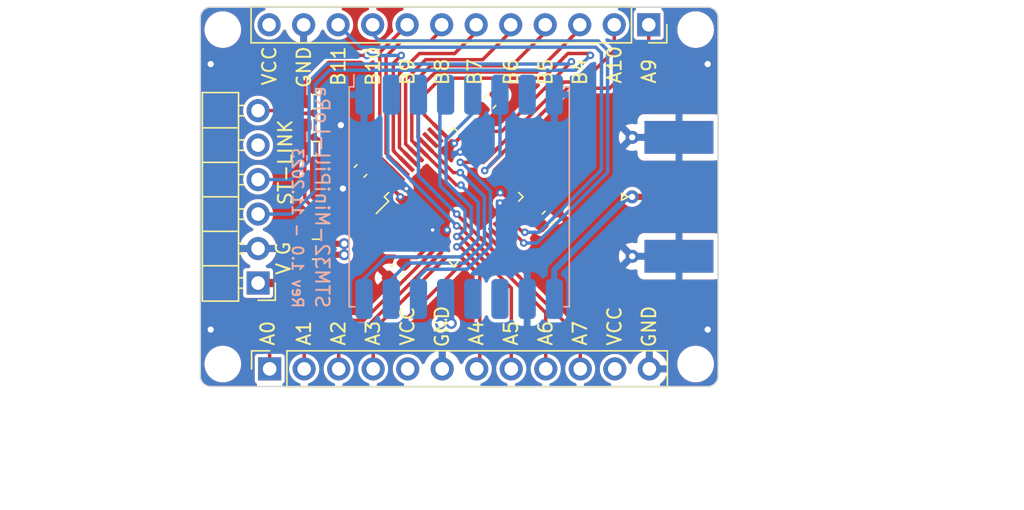
<source format=kicad_pcb>
(kicad_pcb (version 20221018) (generator pcbnew)
  (layers (0 "F.Cu" signal) (1 "In1.Cu" signal) (2 "In2.Cu" signal) (31 "B.Cu" signal) (34 "B.Paste" user) (35 "F.Paste" user) (36 "B.SilkS" user "B.Silkscreen") (37 "F.SilkS" user "F.Silkscreen") (38 "B.Mask" user) (39 "F.Mask" user) (44 "Edge.Cuts" user))
  (net 0 "")
  (net 1 "Net-(J3-In)")
  (net 2 "Net-(U1-BOOT0)")
  (net 7 "/NRST")
  (net 8 "/PA0")
  (net 9 "/PA1")
  (net 10 "/PA2")
  (net 11 "/PA3")
  (net 12 "VCC")
  (net 14 "/SWDIO")
  (net 15 "/SWCLK")
  (net 24 "/DIO1")
  (net 25 "/DIO2")
  (net 30 "/PB6")
  (net 31 "/PB7")
  (net 32 "/PB8")
  (net 33 "/PB9")
  (net 34 "/PB10")
  (net 35 "/PB11")
  (net 37 "/NSS")
  (net 38 "/SCK")
  (net 39 "/MISO")
  (net 40 "/MOSI")
  (net 42 "/RESET")
  (net 44 "/DIO0")
  (net 46 "GND")
  (footprint "MountingHole:MountingHole_2.2mm_M2_DIN965" (layer "F.Cu") (at 138.176 110.109)
    (fp_text reference "REF**" hide)
    (fp_text value "MountingHole_2.2mm_M2_DIN965" hide)
    (pad "" np_thru_hole circle locked (at 0 0) (size 2.2 2.2) (drill 2.2) (layers "*.Cu" "*.Mask"))
  )
  (footprint "Connector_PinSocket_2.54mm:PinSocket_1x12_P2.54mm_Vertical" (layer "F.Cu") (at 141.625 110.465 90)
    (fp_text reference "J1" hide)
    (fp_text value "Conn_01x12_Female" hide)
    (fp_line (start -1.33 1.27) (end -1.33 29.27) (stroke (width 0.12)) (layer "F.SilkS"))
    (fp_line (start -1.33 1.27) (end 1.33 1.27) (stroke (width 0.12)) (layer "F.SilkS"))
    (fp_line (start -1.33 29.27) (end 1.33 29.27) (stroke (width 0.12)) (layer "F.SilkS"))
    (fp_line (start 0 -1.33) (end 1.33 -1.33) (stroke (width 0.12)) (layer "F.SilkS"))
    (fp_line (start 1.33 -1.33) (end 1.33 0) (stroke (width 0.12)) (layer "F.SilkS"))
    (fp_line (start 1.33 1.27) (end 1.33 29.27) (stroke (width 0.12)) (layer "F.SilkS"))
    (pad "1" thru_hole rect locked (at 0 0 90) (size 1.7 1.7) (drill 1) (layers "*.Cu" "*.Mask") (net 8 "/PA0"))
    (pad "2" thru_hole oval locked (at 0 2.54 90) (size 1.7 1.7) (drill 1) (layers "*.Cu" "*.Mask") (net 9 "/PA1"))
    (pad "3" thru_hole oval locked (at 0 5.08 90) (size 1.7 1.7) (drill 1) (layers "*.Cu" "*.Mask") (net 10 "/PA2"))
    (pad "4" thru_hole oval locked (at 0 7.62 90) (size 1.7 1.7) (drill 1) (layers "*.Cu" "*.Mask") (net 11 "/PA3"))
    (pad "5" thru_hole oval locked (at 0 10.16 90) (size 1.7 1.7) (drill 1) (layers "*.Cu" "*.Mask") (net 12 "VCC"))
    (pad "6" thru_hole oval locked (at 0 12.7 90) (size 1.7 1.7) (drill 1) (layers "*.Cu" "*.Mask") (net 46 "GND"))
    (pad "7" thru_hole oval locked (at 0 15.24 90) (size 1.7 1.7) (drill 1) (layers "*.Cu" "*.Mask") (net 37 "/NSS"))
    (pad "8" thru_hole oval locked (at 0 17.78 90) (size 1.7 1.7) (drill 1) (layers "*.Cu" "*.Mask") (net 38 "/SCK"))
    (pad "9" thru_hole oval locked (at 0 20.32 90) (size 1.7 1.7) (drill 1) (layers "*.Cu" "*.Mask") (net 39 "/MISO"))
    (pad "10" thru_hole oval locked (at 0 22.86 90) (size 1.7 1.7) (drill 1) (layers "*.Cu" "*.Mask") (net 40 "/MOSI"))
    (pad "11" thru_hole oval locked (at 0 25.4 90) (size 1.7 1.7) (drill 1) (layers "*.Cu" "*.Mask") (net 12 "VCC"))
    (pad "12" thru_hole oval locked (at 0 27.94 90) (size 1.7 1.7) (drill 1) (layers "*.Cu" "*.Mask") (net 46 "GND"))
  )
  (footprint "MountingHole:MountingHole_2.2mm_M2_DIN965" (layer "F.Cu") (at 172.974 85.471)
    (fp_text reference "REF**" hide)
    (fp_text value "MountingHole_2.2mm_M2_DIN965" hide)
    (pad "" np_thru_hole circle locked (at 0 0) (size 2.2 2.2) (drill 2.2) (layers "*.Mask" "F.Cu" "In1.Cu" "In2.Cu" "B.Cu"))
  )
  (footprint "MountingHole:MountingHole_2.2mm_M2_DIN965" (layer "F.Cu") (at 172.974 110.109)
    (fp_text reference "REF**" hide)
    (fp_text value "MountingHole_2.2mm_M2_DIN965" hide)
    (pad "" np_thru_hole circle locked (at 0 0) (size 2.2 2.2) (drill 2.2) (layers "*.Mask" "F.Cu" "In1.Cu" "In2.Cu" "B.Cu"))
  )
  (footprint "Package_QFP:LQFP-48_7x7mm_P0.5mm" (layer "F.Cu") (at 155.1686 97.79 45)
    (fp_text reference "U1" hide)
    (fp_text value "STM32L051C8Tx" hide)
    (fp_line (start -3.61 -3.61) (end -3.61 -3.16) (stroke (width 0.12)) (layer "F.SilkS"))
    (fp_line (start -3.61 -3.16) (end -4.9 -3.16) (stroke (width 0.12)) (layer "F.SilkS"))
    (fp_line (start -3.61 3.61) (end -3.61 3.16) (stroke (width 0.12)) (layer "F.SilkS"))
    (fp_line (start -3.16 -3.61) (end -3.61 -3.61) (stroke (width 0.12)) (layer "F.SilkS"))
    (fp_line (start -3.16 3.61) (end -3.61 3.61) (stroke (width 0.12)) (layer "F.SilkS"))
    (fp_line (start 3.16 -3.61) (end 3.61 -3.61) (stroke (width 0.12)) (layer "F.SilkS"))
    (fp_line (start 3.16 3.61) (end 3.61 3.61) (stroke (width 0.12)) (layer "F.SilkS"))
    (fp_line (start 3.61 -3.61) (end 3.61 -3.16) (stroke (width 0.12)) (layer "F.SilkS"))
    (fp_line (start 3.61 3.61) (end 3.61 3.16) (stroke (width 0.12)) (layer "F.SilkS"))
    (pad "1" smd roundrect locked (at -4.1625 -2.75 45) (size 1.475 0.3) (layers "F.Cu" "F.Paste" "F.Mask"))
    (pad "2" smd roundrect locked (at -4.1625 -2.25 45) (size 1.475 0.3) (layers "F.Cu" "F.Paste" "F.Mask"))
    (pad "3" smd roundrect locked (at -4.1625 -1.75 45) (size 1.475 0.3) (layers "F.Cu" "F.Paste" "F.Mask"))
    (pad "4" smd roundrect locked (at -4.1625 -1.25 45) (size 1.475 0.3) (layers "F.Cu" "F.Paste" "F.Mask"))
    (pad "5" smd roundrect locked (at -4.1625 -0.75 45) (size 1.475 0.3) (layers "F.Cu" "F.Paste" "F.Mask"))
    (pad "6" smd roundrect locked (at -4.1625 -0.25 45) (size 1.475 0.3) (layers "F.Cu" "F.Paste" "F.Mask"))
    (pad "7" smd roundrect locked (at -4.1625 0.25 45) (size 1.475 0.3) (layers "F.Cu" "F.Paste" "F.Mask") (net 7 "/NRST"))
    (pad "8" smd roundrect locked (at -4.1625 0.75 45) (size 1.475 0.3) (layers "F.Cu" "F.Paste" "F.Mask") (net 46 "GND"))
    (pad "9" smd roundrect locked (at -4.1625 1.25 45) (size 1.475 0.3) (layers "F.Cu" "F.Paste" "F.Mask") (net 12 "VCC"))
    (pad "10" smd roundrect locked (at -4.1625 1.75 45) (size 1.475 0.3) (layers "F.Cu" "F.Paste" "F.Mask") (net 8 "/PA0"))
    (pad "11" smd roundrect locked (at -4.1625 2.25 45) (size 1.475 0.3) (layers "F.Cu" "F.Paste" "F.Mask") (net 9 "/PA1"))
    (pad "12" smd roundrect locked (at -4.1625 2.75 45) (size 1.475 0.3) (layers "F.Cu" "F.Paste" "F.Mask") (net 10 "/PA2"))
    (pad "13" smd roundrect locked (at -2.75 4.1625 45) (size 0.3 1.475) (layers "F.Cu" "F.Paste" "F.Mask") (net 11 "/PA3"))
    (pad "14" smd roundrect locked (at -2.25 4.1625 45) (size 0.3 1.475) (layers "F.Cu" "F.Paste" "F.Mask") (net 37 "/NSS"))
    (pad "15" smd roundrect locked (at -1.75 4.1625 45) (size 0.3 1.475) (layers "F.Cu" "F.Paste" "F.Mask") (net 38 "/SCK"))
    (pad "16" smd roundrect locked (at -1.25 4.1625 45) (size 0.3 1.475) (layers "F.Cu" "F.Paste" "F.Mask") (net 39 "/MISO"))
    (pad "17" smd roundrect locked (at -0.75 4.1625 45) (size 0.3 1.475) (layers "F.Cu" "F.Paste" "F.Mask") (net 40 "/MOSI"))
    (pad "18" smd roundrect locked (at -0.25 4.1625 45) (size 0.3 1.475) (layers "F.Cu" "F.Paste" "F.Mask"))
    (pad "19" smd roundrect locked (at 0.25 4.1625 45) (size 0.3 1.475) (layers "F.Cu" "F.Paste" "F.Mask"))
    (pad "20" smd roundrect locked (at 0.75 4.1625 45) (size 0.3 1.475) (layers "F.Cu" "F.Paste" "F.Mask"))
    (pad "21" smd roundrect locked (at 1.25 4.1625 45) (size 0.3 1.475) (layers "F.Cu" "F.Paste" "F.Mask") (net 34 "/PB10"))
    (pad "22" smd roundrect locked (at 1.75 4.1625 45) (size 0.3 1.475) (layers "F.Cu" "F.Paste" "F.Mask") (net 35 "/PB11"))
    (pad "23" smd roundrect locked (at 2.25 4.1625 45) (size 0.3 1.475) (layers "F.Cu" "F.Paste" "F.Mask") (net 46 "GND"))
    (pad "24" smd roundrect locked (at 2.75 4.1625 45) (size 0.3 1.475) (layers "F.Cu" "F.Paste" "F.Mask") (net 12 "VCC"))
    (pad "25" smd roundrect locked (at 4.1625 2.75 45) (size 1.475 0.3) (layers "F.Cu" "F.Paste" "F.Mask"))
    (pad "26" smd roundrect locked (at 4.1625 2.25 45) (size 1.475 0.3) (layers "F.Cu" "F.Paste" "F.Mask"))
    (pad "27" smd roundrect locked (at 4.1625 1.75 45) (size 1.475 0.3) (layers "F.Cu" "F.Paste" "F.Mask"))
    (pad "28" smd roundrect locked (at 4.1625 1.25 45) (size 1.475 0.3) (layers "F.Cu" "F.Paste" "F.Mask"))
    (pad "29" smd roundrect locked (at 4.1625 0.75 45) (size 1.475 0.3) (layers "F.Cu" "F.Paste" "F.Mask"))
    (pad "30" smd roundrect locked (at 4.1625 0.25 45) (size 1.475 0.3) (layers "F.Cu" "F.Paste" "F.Mask") (net 42 "/RESET"))
    (pad "31" smd roundrect locked (at 4.1625 -0.25 45) (size 1.475 0.3) (layers "F.Cu" "F.Paste" "F.Mask") (net 44 "/DIO0"))
    (pad "32" smd roundrect locked (at 4.1625 -0.75 45) (size 1.475 0.3) (layers "F.Cu" "F.Paste" "F.Mask"))
    (pad "33" smd roundrect locked (at 4.1625 -1.25 45) (size 1.475 0.3) (layers "F.Cu" "F.Paste" "F.Mask"))
    (pad "34" smd roundrect locked (at 4.1625 -1.75 45) (size 1.475 0.3) (layers "F.Cu" "F.Paste" "F.Mask") (net 14 "/SWDIO"))
    (pad "35" smd roundrect locked (at 4.1625 -2.25 45) (size 1.475 0.3) (layers "F.Cu" "F.Paste" "F.Mask") (net 46 "GND"))
    (pad "36" smd roundrect locked (at 4.1625 -2.75 45) (size 1.475 0.3) (layers "F.Cu" "F.Paste" "F.Mask") (net 12 "VCC"))
    (pad "37" smd roundrect locked (at 2.75 -4.1625 45) (size 0.3 1.475) (layers "F.Cu" "F.Paste" "F.Mask") (net 15 "/SWCLK"))
    (pad "38" smd roundrect locked (at 2.25 -4.1625 45) (size 0.3 1.475) (layers "F.Cu" "F.Paste" "F.Mask"))
    (pad "39" smd roundrect locked (at 1.75 -4.1625 45) (size 0.3 1.475) (layers "F.Cu" "F.Paste" "F.Mask"))
    (pad "40" smd roundrect locked (at 1.25 -4.1625 45) (size 0.3 1.475) (layers "F.Cu" "F.Paste" "F.Mask") (net 24 "/DIO1"))
    (pad "41" smd roundrect locked (at 0.75 -4.1625 45) (size 0.3 1.475) (layers "F.Cu" "F.Paste" "F.Mask") (net 25 "/DIO2"))
    (pad "42" smd roundrect locked (at 0.25 -4.1625 45) (size 0.3 1.475) (layers "F.Cu" "F.Paste" "F.Mask") (net 30 "/PB6"))
    (pad "43" smd roundrect locked (at -0.25 -4.1625 45) (size 0.3 1.475) (layers "F.Cu" "F.Paste" "F.Mask") (net 31 "/PB7"))
    (pad "44" smd roundrect locked (at -0.75 -4.1625 45) (size 0.3 1.475) (layers "F.Cu" "F.Paste" "F.Mask") (net 2 "Net-(U1-BOOT0)"))
    (pad "45" smd roundrect locked (at -1.25 -4.1625 45) (size 0.3 1.475) (layers "F.Cu" "F.Paste" "F.Mask") (net 32 "/PB8"))
    (pad "46" smd roundrect locked (at -1.75 -4.1625 45) (size 0.3 1.475) (layers "F.Cu" "F.Paste" "F.Mask") (net 33 "/PB9"))
    (pad "47" smd roundrect locked (at -2.25 -4.1625 45) (size 0.3 1.475) (layers "F.Cu" "F.Paste" "F.Mask") (net 46 "GND"))
    (pad "48" smd roundrect locked (at -2.75 -4.1625 45) (size 0.3 1.475) (layers "F.Cu" "F.Paste" "F.Mask") (net 12 "VCC"))
  )
  (footprint "Resistor_SMD:R_0603_1608Metric" (layer "F.Cu") (at 145.034 94.234 180)
    (fp_text reference "R1" hide)
    (fp_text value "100K" hide)
    (fp_line (start -0.237258 -0.5225) (end 0.237258 -0.5225) (stroke (width 0.12)) (layer "F.SilkS"))
    (fp_line (start -0.237258 0.5225) (end 0.237258 0.5225) (stroke (width 0.12)) (layer "F.SilkS"))
    (pad "1" smd roundrect (at -0.825 0 180) (size 0.8 0.95) (layers "F.Cu" "F.Paste" "F.Mask") (net 12 "VCC"))
    (pad "2" smd roundrect (at 0.825 0 180) (size 0.8 0.95) (layers "F.Cu" "F.Paste" "F.Mask") (net 7 "/NRST"))
  )
  (footprint "Capacitor_SMD:C_0603_1608Metric" (layer "F.Cu") (at 150.9776 103.2256 -135)
    (fp_text reference "C2" hide)
    (fp_text value "100nF" hide)
    (fp_line (start -0.14058 -0.51) (end 0.14058 -0.51) (stroke (width 0.12)) (layer "F.SilkS"))
    (fp_line (start -0.14058 0.51) (end 0.14058 0.51) (stroke (width 0.12)) (layer "F.SilkS"))
    (pad "1" smd roundrect locked (at -0.775 0 225) (size 0.9 0.95) (layers "F.Cu" "F.Paste" "F.Mask") (net 12 "VCC"))
    (pad "2" smd roundrect locked (at 0.775 0 225) (size 0.9 0.95) (layers "F.Cu" "F.Paste" "F.Mask") (net 46 "GND"))
  )
  (footprint "MountingHole:MountingHole_2.2mm_M2_DIN965" (layer "F.Cu") (at 138.176 85.471)
    (fp_text reference "REF**" hide)
    (fp_text value "MountingHole_2.2mm_M2_DIN965" hide)
    (pad "" np_thru_hole circle locked (at 0 0) (size 2.2 2.2) (drill 2.2) (layers "*.Mask" "F.Cu" "In1.Cu" "In2.Cu" "B.Cu"))
  )
  (footprint "Capacitor_SMD:C_0603_1608Metric" (layer "F.Cu") (at 148.3106 95.885 -135)
    (fp_text reference "C1" hide)
    (fp_text value "100nF" hide)
    (fp_line (start -0.14058 -0.51) (end 0.14058 -0.51) (stroke (width 0.12)) (layer "F.SilkS"))
    (fp_line (start -0.14058 0.51) (end 0.14058 0.51) (stroke (width 0.12)) (layer "F.SilkS"))
    (pad "1" smd roundrect (at -0.775 0 225) (size 0.9 0.95) (layers "F.Cu" "F.Paste" "F.Mask") (net 12 "VCC"))
    (pad "2" smd roundrect (at 0.775 0 225) (size 0.9 0.95) (layers "F.Cu" "F.Paste" "F.Mask") (net 46 "GND"))
  )
  (footprint "Connector_PinSocket_2.54mm:PinSocket_1x12_P2.54mm_Vertical" (layer "F.Cu") (at 169.525 85.115 -90)
    (fp_text reference "J2" hide)
    (fp_text value "Conn_01x12_Female" hide)
    (fp_line (start -1.33 1.27) (end -1.33 29.27) (stroke (width 0.12)) (layer "F.SilkS"))
    (fp_line (start -1.33 1.27) (end 1.33 1.27) (stroke (width 0.12)) (layer "F.SilkS"))
    (fp_line (start -1.33 29.27) (end 1.33 29.27) (stroke (width 0.12)) (layer "F.SilkS"))
    (fp_line (start 0 -1.33) (end 1.33 -1.33) (stroke (width 0.12)) (layer "F.SilkS"))
    (fp_line (start 1.33 -1.33) (end 1.33 0) (stroke (width 0.12)) (layer "F.SilkS"))
    (fp_line (start 1.33 1.27) (end 1.33 29.27) (stroke (width 0.12)) (layer "F.SilkS"))
    (pad "1" thru_hole rect locked (at 0 0 270) (size 1.7 1.7) (drill 1) (layers "*.Cu" "*.Mask") (net 42 "/RESET"))
    (pad "2" thru_hole oval locked (at 0 2.54 270) (size 1.7 1.7) (drill 1) (layers "*.Cu" "*.Mask") (net 44 "/DIO0"))
    (pad "3" thru_hole oval locked (at 0 5.08 270) (size 1.7 1.7) (drill 1) (layers "*.Cu" "*.Mask") (net 24 "/DIO1"))
    (pad "4" thru_hole oval locked (at 0 7.62 270) (size 1.7 1.7) (drill 1) (layers "*.Cu" "*.Mask") (net 25 "/DIO2"))
    (pad "5" thru_hole oval locked (at 0 10.16 270) (size 1.7 1.7) (drill 1) (layers "*.Cu" "*.Mask") (net 30 "/PB6"))
    (pad "6" thru_hole oval locked (at 0 12.7 270) (size 1.7 1.7) (drill 1) (layers "*.Cu" "*.Mask") (net 31 "/PB7"))
    (pad "7" thru_hole oval locked (at 0 15.24 270) (size 1.7 1.7) (drill 1) (layers "*.Cu" "*.Mask") (net 32 "/PB8"))
    (pad "8" thru_hole oval locked (at 0 17.78 270) (size 1.7 1.7) (drill 1) (layers "*.Cu" "*.Mask") (net 33 "/PB9"))
    (pad "9" thru_hole oval locked (at 0 20.32 270) (size 1.7 1.7) (drill 1) (layers "*.Cu" "*.Mask") (net 34 "/PB10"))
    (pad "10" thru_hole oval locked (at 0 22.86 270) (size 1.7 1.7) (drill 1) (layers "*.Cu" "*.Mask") (net 35 "/PB11"))
    (pad "11" thru_hole oval locked (at 0 25.4 270) (size 1.7 1.7) (drill 1) (layers "*.Cu" "*.Mask") (net 46 "GND"))
    (pad "12" thru_hole oval locked (at 0 27.94 270) (size 1.7 1.7) (drill 1) (layers "*.Cu" "*.Mask") (net 12 "VCC"))
  )
  (footprint "Resistor_SMD:R_0603_1608Metric" (layer "F.Cu") (at 145.034 90.7796)
    (fp_text reference "R2" hide)
    (fp_text value "100K" hide)
    (fp_line (start -0.237258 -0.5225) (end 0.237258 -0.5225) (stroke (width 0.12)) (layer "F.SilkS"))
    (fp_line (start -0.237258 0.5225) (end 0.237258 0.5225) (stroke (width 0.12)) (layer "F.SilkS"))
    (pad "1" smd roundrect (at -0.825 0) (size 0.8 0.95) (layers "F.Cu" "F.Paste" "F.Mask") (net 2 "Net-(U1-BOOT0)"))
    (pad "2" smd roundrect (at 0.825 0) (size 0.8 0.95) (layers "F.Cu" "F.Paste" "F.Mask") (net 46 "GND"))
  )
  (footprint "Capacitor_SMD:C_0603_1608Metric" (layer "F.Cu") (at 157.8102 90.805 45)
    (fp_text reference "C4" hide)
    (fp_text value "100nF" hide)
    (fp_line (start -0.14058 -0.51) (end 0.14058 -0.51) (stroke (width 0.12)) (layer "F.SilkS"))
    (fp_line (start -0.14058 0.51) (end 0.14058 0.51) (stroke (width 0.12)) (layer "F.SilkS"))
    (pad "1" smd roundrect (at -0.775 0 45) (size 0.9 0.95) (layers "F.Cu" "F.Paste" "F.Mask") (net 12 "VCC"))
    (pad "2" smd roundrect (at 0.775 0 45) (size 0.9 0.95) (layers "F.Cu" "F.Paste" "F.Mask") (net 46 "GND"))
  )
  (footprint "Connector_PinHeader_2.54mm:PinHeader_1x06_P2.54mm_Horizontal" (layer "F.Cu") (at 140.773 104.14 180)
    (fp_text reference "J4" hide)
    (fp_text value "Conn_01x06_Male" hide)
    (fp_line (start -1.27 -1.27) (end 0 -1.27) (stroke (width 0.12)) (layer "F.SilkS"))
    (fp_line (start -1.27 0) (end -1.27 -1.27) (stroke (width 0.12)) (layer "F.SilkS"))
    (fp_line (start 1.042929 2.16) (end 1.44 2.16) (stroke (width 0.12)) (layer "F.SilkS"))
    (fp_line (start 1.042929 2.92) (end 1.44 2.92) (stroke (width 0.12)) (layer "F.SilkS"))
    (fp_line (start 1.042929 4.7) (end 1.44 4.7) (stroke (width 0.12)) (layer "F.SilkS"))
    (fp_line (start 1.042929 5.46) (end 1.44 5.46) (stroke (width 0.12)) (layer "F.SilkS"))
    (fp_line (start 1.042929 7.24) (end 1.44 7.24) (stroke (width 0.12)) (layer "F.SilkS"))
    (fp_line (start 1.042929 8) (end 1.44 8) (stroke (width 0.12)) (layer "F.SilkS"))
    (fp_line (start 1.042929 9.78) (end 1.44 9.78) (stroke (width 0.12)) (layer "F.SilkS"))
    (fp_line (start 1.042929 10.54) (end 1.44 10.54) (stroke (width 0.12)) (layer "F.SilkS"))
    (fp_line (start 1.042929 12.32) (end 1.44 12.32) (stroke (width 0.12)) (layer "F.SilkS"))
    (fp_line (start 1.042929 13.08) (end 1.44 13.08) (stroke (width 0.12)) (layer "F.SilkS"))
    (fp_line (start 1.11 -0.38) (end 1.44 -0.38) (stroke (width 0.12)) (layer "F.SilkS"))
    (fp_line (start 1.11 0.38) (end 1.44 0.38) (stroke (width 0.12)) (layer "F.SilkS"))
    (fp_line (start 1.44 -1.33) (end 1.44 14.03) (stroke (width 0.12)) (layer "F.SilkS"))
    (fp_line (start 1.44 1.27) (end 4.1 1.27) (stroke (width 0.12)) (layer "F.SilkS"))
    (fp_line (start 1.44 3.81) (end 4.1 3.81) (stroke (width 0.12)) (layer "F.SilkS"))
    (fp_line (start 1.44 6.35) (end 4.1 6.35) (stroke (width 0.12)) (layer "F.SilkS"))
    (fp_line (start 1.44 8.89) (end 4.1 8.89) (stroke (width 0.12)) (layer "F.SilkS"))
    (fp_line (start 1.44 11.43) (end 4.1 11.43) (stroke (width 0.12)) (layer "F.SilkS"))
    (fp_line (start 1.44 14.03) (end 4.1 14.03) (stroke (width 0.12)) (layer "F.SilkS"))
    (fp_line (start 4.1 -1.33) (end 1.44 -1.33) (stroke (width 0.12)) (layer "F.SilkS"))
    (fp_line (start 4.1 14.03) (end 4.1 -1.33) (stroke (width 0.12)) (layer "F.SilkS"))
    (pad "1" thru_hole rect locked (at 0 0 180) (size 1.7 1.7) (drill 1) (layers "*.Cu" "*.Mask") (net 12 "VCC"))
    (pad "2" thru_hole oval locked (at 0 2.54 180) (size 1.7 1.7) (drill 1) (layers "*.Cu" "*.Mask") (net 46 "GND"))
    (pad "3" thru_hole oval locked (at 0 5.08 180) (size 1.7 1.7) (drill 1) (layers "*.Cu" "*.Mask") (net 15 "/SWCLK"))
    (pad "4" thru_hole oval locked (at 0 7.62 180) (size 1.7 1.7) (drill 1) (layers "*.Cu" "*.Mask") (net 14 "/SWDIO"))
    (pad "5" thru_hole oval locked (at 0 10.16 180) (size 1.7 1.7) (drill 1) (layers "*.Cu" "*.Mask") (net 12 "VCC"))
    (pad "6" thru_hole oval locked (at 0 12.7 180) (size 1.7 1.7) (drill 1) (layers "*.Cu" "*.Mask") (net 7 "/NRST"))
  )
  (footprint "Capacitor_SMD:C_0805_2012Metric" (layer "F.Cu") (at 145.034 101.6508 180)
    (fp_text reference "C6" hide)
    (fp_text value "10uF" hide)
    (fp_line (start -0.261252 -0.735) (end 0.261252 -0.735) (stroke (width 0.12)) (layer "F.SilkS"))
    (fp_line (start -0.261252 0.735) (end 0.261252 0.735) (stroke (width 0.12)) (layer "F.SilkS"))
    (pad "1" smd roundrect (at -0.95 0 180) (size 1 1.45) (layers "F.Cu" "F.Paste" "F.Mask") (net 12 "VCC"))
    (pad "2" smd roundrect (at 0.95 0 180) (size 1 1.45) (layers "F.Cu" "F.Paste" "F.Mask") (net 46 "GND"))
  )
  (footprint "Capacitor_SMD:C_0603_1608Metric" (layer "F.Cu") (at 145.034 92.5068)
    (fp_text reference "C5" hide)
    (fp_text value "100nF" hide)
    (fp_line (start -0.14058 -0.51) (end 0.14058 -0.51) (stroke (width 0.12)) (layer "F.SilkS"))
    (fp_line (start -0.14058 0.51) (end 0.14058 0.51) (stroke (width 0.12)) (layer "F.SilkS"))
    (pad "1" smd roundrect (at -0.775 0) (size 0.9 0.95) (layers "F.Cu" "F.Paste" "F.Mask") (net 7 "/NRST"))
    (pad "2" smd roundrect (at 0.775 0) (size 0.9 0.95) (layers "F.Cu" "F.Paste" "F.Mask") (net 46 "GND"))
  )
  (footprint "Connector_Coaxial:SMA_Molex_73251-1153_EdgeMount_Horizontal" (layer "F.Cu") (at 170.0276 97.79 180)
    (fp_text reference "J3" hide)
    (fp_text value "Conn_Coaxial" hide)
    (fp_line (start 2 0) (end 2.5 -0.25) (stroke (width 0.12)) (layer "F.SilkS"))
    (fp_line (start 2.5 -0.25) (end 2.5 0.25) (stroke (width 0.12)) (layer "F.SilkS"))
    (fp_line (start 2.5 0.25) (end 2 0) (stroke (width 0.12)) (layer "F.SilkS"))
    (pad "1" smd rect locked (at -1.72 0 180) (size 5.08 2.29) (layers "F.Cu" "F.Paste" "F.Mask") (net 1 "Net-(J3-In)"))
    (pad "2" smd rect locked (at -1.72 -4.38 180) (size 5.08 2.42) (layers "F.Cu" "F.Paste" "F.Mask") (net 46 "GND"))
    (pad "2" smd rect locked (at -1.72 -4.38 180) (size 5.08 2.42) (layers "B.Cu" "B.Paste" "B.Mask") (net 46 "GND"))
    (pad "2" smd rect locked (at -1.72 4.38 180) (size 5.08 2.42) (layers "F.Cu" "F.Paste" "F.Mask") (net 46 "GND"))
    (pad "2" smd rect locked (at -1.72 4.38 180) (size 5.08 2.42) (layers "B.Cu" "B.Paste" "B.Mask") (net 46 "GND"))
    (pad "2" smd rect locked (at 1.27 -4.38 180) (size 0.95 0.46) (layers "F.Cu") (net 46 "GND"))
    (pad "2" smd rect locked (at 1.27 -4.38 180) (size 0.95 0.46) (layers "B.Cu") (net 46 "GND"))
    (pad "2" smd rect locked (at 1.27 4.38 180) (size 0.95 0.46) (layers "F.Cu") (net 46 "GND"))
    (pad "2" smd rect locked (at 1.27 4.38 180) (size 0.95 0.46) (layers "B.Cu") (net 46 "GND"))
    (pad "2" thru_hole circle locked (at 1.72 -4.38 180) (size 0.97 0.97) (drill 0.46) (layers "*.Cu") (net 46 "GND"))
    (pad "2" thru_hole circle locked (at 1.72 4.38 180) (size 0.97 0.97) (drill 0.46) (layers "*.Cu") (net 46 "GND"))
  )
  (footprint "Capacitor_SMD:C_0603_1608Metric" (layer "F.Cu") (at 162.1536 99.314 45)
    (fp_text reference "C3" hide)
    (fp_text value "100nF" hide)
    (fp_line (start -0.14058 -0.51) (end 0.14058 -0.51) (stroke (width 0.12)) (layer "F.SilkS"))
    (fp_line (start -0.14058 0.51) (end 0.14058 0.51) (stroke (width 0.12)) (layer "F.SilkS"))
    (pad "1" smd roundrect (at -0.775 0 45) (size 0.9 0.95) (layers "F.Cu" "F.Paste" "F.Mask") (net 12 "VCC"))
    (pad "2" smd roundrect (at 0.775 0 45) (size 0.9 0.95) (layers "F.Cu" "F.Paste" "F.Mask") (net 46 "GND"))
  )
  (footprint "RF_Module:HOPERF_RFM9XW_SMD" (layer "B.Cu") (at 155.575 97.79 -90)
    (fp_text reference "U2" hide)
    (fp_text value "RFM95W-868S2" hide)
    (fp_line (start -8.1 -8.1) (end 8.1 -8.1) (stroke (width 0.12)) (layer "B.SilkS"))
    (fp_line (start -8.1 -7.7) (end -8.1 -8.1) (stroke (width 0.12)) (layer "B.SilkS"))
    (fp_line (start -8.1 7.75) (end -9 7.75) (stroke (width 0.12)) (layer "B.SilkS"))
    (fp_line (start -8.1 8.1) (end -8.1 7.75) (stroke (width 0.12)) (layer "B.SilkS"))
    (fp_line (start -8.1 8.1) (end 8.1 8.1) (stroke (width 0.12)) (layer "B.SilkS"))
    (fp_line (start 8.1 -8.1) (end 8.1 -7.7) (stroke (width 0.12)) (layer "B.SilkS"))
    (fp_line (start 8.1 8.1) (end 8.1 7.7) (stroke (width 0.12)) (layer "B.SilkS"))
    (pad "1" smd roundrect locked (at -7.525 7 270) (size 2.95 1.27) (layers "B.Cu" "B.Paste" "B.Mask") (net 46 "GND"))
    (pad "2" smd roundrect locked (at -7.525 5 270) (size 2.95 1.27) (layers "B.Cu" "B.Paste" "B.Mask") (net 39 "/MISO"))
    (pad "3" smd roundrect locked (at -7.525 3 270) (size 2.95 1.27) (layers "B.Cu" "B.Paste" "B.Mask") (net 40 "/MOSI"))
    (pad "4" smd roundrect locked (at -7.525 1 270) (size 2.95 1.27) (layers "B.Cu" "B.Paste" "B.Mask") (net 38 "/SCK"))
    (pad "5" smd roundrect locked (at -7.525 -1 270) (size 2.95 1.27) (layers "B.Cu" "B.Paste" "B.Mask") (net 37 "/NSS"))
    (pad "6" smd roundrect locked (at -7.525 -3 270) (size 2.95 1.27) (layers "B.Cu" "B.Paste" "B.Mask") (net 42 "/RESET"))
    (pad "7" smd roundrect locked (at -7.525 -5 270) (size 2.95 1.27) (layers "B.Cu" "B.Paste" "B.Mask"))
    (pad "8" smd roundrect locked (at -7.525 -7 270) (size 2.95 1.27) (layers "B.Cu" "B.Paste" "B.Mask") (net 46 "GND"))
    (pad "9" smd roundrect locked (at 7.525 -7 270) (size 2.95 1.27) (layers "B.Cu" "B.Paste" "B.Mask") (net 1 "Net-(J3-In)"))
    (pad "10" smd roundrect locked (at 7.525 -5 270) (size 2.95 1.27) (layers "B.Cu" "B.Paste" "B.Mask") (net 46 "GND"))
    (pad "11" smd roundrect locked (at 7.525 -3 270) (size 2.95 1.27) (layers "B.Cu" "B.Paste" "B.Mask"))
    (pad "12" smd roundrect locked (at 7.525 -1 270) (size 2.95 1.27) (layers "B.Cu" "B.Paste" "B.Mask"))
    (pad "13" smd roundrect locked (at 7.525 1 270) (size 2.95 1.27) (layers "B.Cu" "B.Paste" "B.Mask") (net 12 "VCC"))
    (pad "14" smd roundrect locked (at 7.525 3 270) (size 2.95 1.27) (layers "B.Cu" "B.Paste" "B.Mask") (net 44 "/DIO0"))
    (pad "15" smd roundrect locked (at 7.525 5 270) (size 2.95 1.27) (layers "B.Cu" "B.Paste" "B.Mask") (net 24 "/DIO1"))
    (pad "16" smd roundrect locked (at 7.525 7 270) (size 2.95 1.27) (layers "B.Cu" "B.Paste" "B.Mask") (net 25 "/DIO2"))
  )
  (gr_arc locked (start 174.625 110.998) (mid 174.401815 111.536815) (end 173.863 111.76) (stroke (width 0.1)) (layer "Edge.Cuts"))
  (gr_arc locked (start 173.863 83.82) (mid 174.401815 84.043185) (end 174.625 84.582) (stroke (width 0.1)) (layer "Edge.Cuts"))
  (gr_arc locked (start 137.287 111.76) (mid 136.748185 111.536815) (end 136.525 110.998) (stroke (width 0.1)) (layer "Edge.Cuts"))
  (gr_line locked (start 137.287 83.82) (end 173.863 83.82) (stroke (width 0.1)) (layer "Edge.Cuts"))
  (gr_arc locked (start 136.525 84.582) (mid 136.748185 84.043185) (end 137.287 83.82) (stroke (width 0.1)) (layer "Edge.Cuts"))
  (gr_line locked (start 173.863 111.76) (end 137.287 111.76) (stroke (width 0.1)) (layer "Edge.Cuts"))
  (gr_line locked (start 136.525 110.998) (end 136.525 84.582) (stroke (width 0.1)) (layer "Edge.Cuts"))
  (gr_line locked (start 174.625 84.582) (end 174.625 110.998) (stroke (width 0.1)) (layer "Edge.Cuts"))
  (gr_text locked "Rev 1.0 - 11.2023" (at 143.2052 106.0704 270) (layer "B.SilkS") (effects (font (size 0.8 0.8) (thickness 0.15) bold) (justify left bottom mirror)))
  (gr_text locked "STM32-MiniPill-LoRa" (at 144.907 97.79 270) (layer "B.SilkS") (effects (font (size 1 1)) (justify bottom mirror)))
  (gr_text "A2" (at 146.685 108.839 90) (layer "F.SilkS") (effects (font (size 1 1)) (justify left)))
  (gr_text "B11" (at 146.685 86.614 90) (layer "F.SilkS") (effects (font (size 1 1)) (justify right)))
  (gr_text "B5" (at 161.925 89.662 90) (layer "F.SilkS") (effects (font (size 1 1)) (justify left)))
  (gr_text "A10" (at 167.005 89.535 90) (layer "F.SilkS") (effects (font (size 1 1)) (justify left)))
  (gr_text "G" (at 142.621 101.6 90) (layer "F.SilkS") (effects (font (size 1 1))))
  (gr_text "GND" (at 144.145 86.614 90) (layer "F.SilkS") (effects (font (size 1 1)) (justify right)))
  (gr_text "B9" (at 151.765 89.662 90) (layer "F.SilkS") (effects (font (size 1 1)) (justify left)))
  (gr_text "GND" (at 169.545 108.966 90) (layer "F.SilkS") (effects (font (size 1 1)) (justify left)))
  (gr_text "A5" (at 159.385 108.839 90) (layer "F.SilkS") (effects (font (size 1 1)) (justify left)))
  (gr_text "B6" (at 159.385 89.662 90) (layer "F.SilkS") (effects (font (size 1 1)) (justify left)))
  (gr_text "B10" (at 149.225 86.614 90) (layer "F.SilkS") (effects (font (size 1 1)) (justify right)))
  (gr_text "V" (at 142.6464 103.0986 90) (layer "F.SilkS") (effects (font (size 1 1))))
  (gr_text "A3" (at 149.225 108.839 90) (layer "F.SilkS") (effects (font (size 1 1)) (justify left)))
  (gr_text "GND" (at 154.305 108.966 90) (layer "F.SilkS") (effects (font (size 1 1)) (justify left)))
  (gr_text "VCC" (at 167.005 108.839 90) (layer "F.SilkS") (effects (font (size 1 1)) (justify left)))
  (gr_text "A4" (at 156.845 108.839 90) (layer "F.SilkS") (effects (font (size 1 1)) (justify left)))
  (gr_text "B7" (at 156.718 89.662 90) (layer "F.SilkS") (effects (font (size 1 1)) (justify left)))
  (gr_text "A9" (at 169.545 89.535 90) (layer "F.SilkS") (effects (font (size 1 1)) (justify left)))
  (gr_text "VCC" (at 141.605 86.614 90) (layer "F.SilkS") (effects (font (size 1 1)) (justify right)))
  (gr_text "ST-LINK" (at 142.7734 95.25 90) (layer "F.SilkS") (effects (font (size 1 1))))
  (gr_text "B8" (at 154.305 89.662 90) (layer "F.SilkS") (effects (font (size 1 1)) (justify left)))
  (gr_text "A1" (at 144.145 108.839 90) (layer "F.SilkS") (effects (font (size 1 1)) (justify left)))
  (gr_text "A0" (at 141.478 108.839 90) (layer "F.SilkS") (effects (font (size 1 1)) (justify left)))
  (gr_text "VCC" (at 151.765 108.839 90) (layer "F.SilkS") (effects (font (size 1 1)) (justify left)))
  (gr_text "A7" (at 164.465 108.839 90) (layer "F.SilkS") (effects (font (size 1 1)) (justify left)))
  (gr_text "B4" (at 164.465 89.662 90) (layer "F.SilkS") (effects (font (size 1 1)) (justify left)))
  (gr_text "A6" (at 161.925 108.839 90) (layer "F.SilkS") (effects (font (size 1 1)) (justify left)))
  (segment (start 171.7476 97.79) (end 168.3004 97.79) (width 0.4572) (layer "F.Cu") (net 1))
  (via (at 168.3004 97.79) (size 0.97) (drill 0.46) (layers "F.Cu" "B.Cu") (net 1))
  (segment (start 162.575 103.1598) (end 162.575 105.79) (width 0.4572) (layer "B.Cu") (net 1))
  (segment (start 167.9448 97.79) (end 162.575 103.1598) (width 0.4572) (layer "B.Cu") (net 1))
  (segment (start 168.3004 97.79) (end 167.9448 97.79) (width 0.4572) (layer "B.Cu") (net 1))
  (segment (start 150.723214 87.960586) (end 151.3078 87.376) (width 0.254) (layer "F.Cu") (net 2))
  (segment (start 144.209 88.9122) (end 144.209 90.7796) (width 0.254) (layer "F.Cu") (net 2))
  (segment (start 150.7712 94.388206) (end 150.723214 94.34022) (width 0.254) (layer "F.Cu") (net 2))
  (segment (start 151.694938 95.376998) (end 150.7712 94.45326) (width 0.254) (layer "F.Cu") (net 2))
  (segment (start 150.7712 94.45326) (end 150.7712 94.388206) (width 0.254) (layer "F.Cu") (net 2))
  (segment (start 145.7452 87.376) (end 144.209 88.9122) (width 0.254) (layer "F.Cu") (net 2))
  (segment (start 150.723214 94.34022) (end 150.723214 87.960586) (width 0.254) (layer "F.Cu") (net 2))
  (segment (start 148.7678 87.376) (end 145.7452 87.376) (width 0.254) (layer "F.Cu") (net 2))
  (via (at 151.3078 87.376) (size 0.5588) (drill 0.254) (layers "F.Cu" "B.Cu") (net 2))
  (via (at 148.7678 87.376) (size 0.5588) (drill 0.254) (layers "F.Cu" "B.Cu") (net 2))
  (segment (start 148.7678 87.376) (end 151.3078 87.376) (width 0.254) (layer "B.Cu") (net 2))
  (segment (start 144.209 94.234) (end 144.209 92.5568) (width 0.254) (layer "F.Cu") (net 7))
  (segment (start 144.259 92.5068) (end 143.2052 92.5068) (width 0.254) (layer "F.Cu") (net 7))
  (segment (start 144.209 92.5568) (end 144.259 92.5068) (width 0.254) (layer "F.Cu") (net 7))
  (segment (start 150.2664 101.6508) (end 151.661354 101.6508) (width 0.254) (layer "F.Cu") (net 7))
  (segment (start 143.2052 92.5068) (end 142.1384 91.44) (width 0.254) (layer "F.Cu") (net 7))
  (segment (start 144.209 97.981) (end 145.3388 99.1108) (width 0.254) (layer "F.Cu") (net 7))
  (segment (start 144.209 94.234) (end 144.209 97.981) (width 0.254) (layer "F.Cu") (net 7))
  (segment (start 151.661354 101.6508) (end 152.402045 100.910109) (width 0.254) (layer "F.Cu") (net 7))
  (segment (start 142.1384 91.44) (end 140.773 91.44) (width 0.254) (layer "F.Cu") (net 7))
  (segment (start 147.7264 99.1108) (end 150.2664 101.6508) (width 0.254) (layer "F.Cu") (net 7))
  (segment (start 145.3388 99.1108) (end 147.7264 99.1108) (width 0.254) (layer "F.Cu") (net 7))
  (segment (start 143.9132 106.8864) (end 148.547074 106.8864) (width 0.254) (layer "F.Cu") (net 8))
  (segment (start 148.547074 106.8864) (end 153.462705 101.970769) (width 0.254) (layer "F.Cu") (net 8))
  (segment (start 141.625 109.1746) (end 143.9132 106.8864) (width 0.254) (layer "F.Cu") (net 8))
  (segment (start 141.625 110.465) (end 141.625 109.1746) (width 0.254) (layer "F.Cu") (net 8))
  (segment (start 148.80018 107.3404) (end 153.816258 102.324322) (width 0.254) (layer "F.Cu") (net 9))
  (segment (start 146.05 107.3404) (end 148.80018 107.3404) (width 0.254) (layer "F.Cu") (net 9))
  (segment (start 144.165 109.2254) (end 146.05 107.3404) (width 0.254) (layer "F.Cu") (net 9))
  (segment (start 144.165 110.465) (end 144.165 109.2254) (width 0.254) (layer "F.Cu") (net 9))
  (segment (start 148.082 107.7976) (end 149.050088 107.7976) (width 0.254) (layer "F.Cu") (net 10))
  (segment (start 146.705 109.1746) (end 148.082 107.7976) (width 0.254) (layer "F.Cu") (net 10))
  (segment (start 149.050088 107.7976) (end 154.169812 102.677876) (width 0.254) (layer "F.Cu") (net 10))
  (segment (start 146.705 110.465) (end 146.705 109.1746) (width 0.254) (layer "F.Cu") (net 10))
  (segment (start 155.956 102.5144) (end 156.003912 102.5144) (width 0.254) (layer "F.Cu") (net 11))
  (segment (start 156.003912 102.5144) (end 156.167388 102.677876) (width 0.254) (layer "F.Cu") (net 11))
  (segment (start 149.245 109.2254) (end 155.956 102.5144) (width 0.254) (layer "F.Cu") (net 11))
  (segment (start 149.245 110.465) (end 149.245 109.2254) (width 0.254) (layer "F.Cu") (net 11))
  (segment (start 145.984 101.6508) (end 145.984 102.55) (width 0.6096) (layer "F.Cu") (net 12))
  (segment (start 152.465966 102.2604) (end 153.109151 101.617215) (width 0.254) (layer "F.Cu") (net 12))
  (segment (start 158.752888 97.4852) (end 160.056476 98.788788) (width 0.254) (layer "F.Cu") (net 12))
  (segment (start 154.686 100.2284) (end 154.497966 100.2284) (width 0.254) (layer "F.Cu") (net 12))
  (segment (start 147.1168 102.0572) (end 146.3904 102.0572) (width 0.4572) (layer "F.Cu") (net 12))
  (segment (start 147.1168 101.2444) (end 146.3904 101.2444) (width 0.4572) (layer "F.Cu") (net 12))
  (segment (start 151.239637 97.795063) (end 151.239637 97.750125) (width 0.254) (layer "F.Cu") (net 12))
  (segment (start 157.262192 91.80732) (end 156.167388 92.902124) (width 0.254) (layer "F.Cu") (net 12))
  (segment (start 146.3904 101.2444) (end 145.984 101.6508) (width 0.4572) (layer "F.Cu") (net 12))
  (segment (start 155.216036 93.849636) (end 155.219876 93.849636) (width 0.254) (layer "F.Cu") (net 12))
  (segment (start 157.262192 91.353008) (end 157.262192 91.80732) (width 0.254) (layer "F.Cu") (net 12))
  (segment (start 151.9428 102.2604) (end 152.465966 102.2604) (width 0.254) (layer "F.Cu") (net 12))
  (segment (start 151.239637 97.750125) (end 150.280724 96.791212) (width 0.254) (layer "F.Cu") (net 12))
  (segment (start 144.394 104.14) (end 140.773 104.14) (width 0.6096) (layer "F.Cu") (net 12))
  (segment (start 154.497966 100.2284) (end 153.109151 101.617215) (width 0.254) (layer "F.Cu") (net 12))
  (segment (start 148.858608 95.336992) (end 148.858608 95.372488) (width 0.3048) (layer "F.Cu") (net 12))
  (segment (start 145.859 94.234) (end 147.755616 94.234) (width 0.254) (layer "F.Cu") (net 12))
  (segment (start 146.3904 102.0572) (end 145.984 101.6508) (width 0.4572) (layer "F.Cu") (net 12))
  (segment (start 155.219876 93.849636) (end 156.167388 92.902124) (width 0.254) (layer "F.Cu") (net 12))
  (segment (start 151.525608 102.677592) (end 151.9428 102.2604) (width 0.254) (layer "F.Cu") (net 12))
  (segment (start 161.605592 99.862008) (end 161.129696 99.862008) (width 0.254) (layer "F.Cu") (net 12))
  (segment (start 161.129696 99.862008) (end 160.056476 98.788788) (width 0.254) (layer "F.Cu") (net 12))
  (segment (start 145.984 102.55) (end 144.394 104.14) (width 0.6096) (layer "F.Cu") (net 12))
  (segment (start 147.755616 94.234) (end 148.858608 95.336992) (width 0.254) (layer "F.Cu") (net 12))
  (segment (start 148.858608 95.372488) (end 150.279028 96.792908) (width 0.3048) (layer "F.Cu") (net 12))
  (segment (start 158.5976 97.4852) (end 158.752888 97.4852) (width 0.254) (layer "F.Cu") (net 12))
  (via (at 154.9908 107.1118) (size 0.8128) (drill 0.4572) (layers "F.Cu" "B.Cu") (net 12))
  (via (at 158.5976 97.4852) (size 0.5588) (drill 0.254) (layers "F.Cu" "B.Cu") (net 12))
  (via (at 154.686 100.2284) (size 0.5588) (drill 0.254) (layers "F.Cu" "B.Cu") (net 12))
  (via (at 155.216036 93.849636) (size 0.5588) (drill 0.254) (layers "F.Cu" "B.Cu") (net 12))
  (via (at 151.239637 97.795063) (size 0.5588) (drill 0.254) (layers "F.Cu" "B.Cu") (net 12))
  (via (at 147.1168 101.2444) (size 0.8128) (drill 0.4572) (layers "F.Cu" "B.Cu") (net 12))
  (via (at 154.2034 107.1409) (size 0.8128) (drill 0.4572) (layers "F.Cu" "B.Cu") (net 12))
  (via (at 147.1168 102.0572) (size 0.8128) (drill 0.4572) (layers "F.Cu" "B.Cu") (net 12))
  (segment (start 154.2034 105.6866) (end 154.575 105.315) (width 0.4572) (layer "B.Cu") (net 12))
  (segment (start 154.2034 107.1409) (end 154.2034 105.6866) (width 0.4572) (layer "B.Cu") (net 12))
  (segment (start 154.9908 105.7308) (end 154.575 105.315) (width 0.4572) (layer "B.Cu") (net 12))
  (segment (start 154.9908 107.1118) (end 154.9908 105.7308) (width 0.4572) (layer "B.Cu") (net 12))
  (segment (start 158.701814 92.964) (end 157.519726 92.964) (width 0.254) (layer "F.Cu") (net 14))
  (segment (start 157.519726 92.964) (end 156.874495 93.609231) (width 0.254) (layer "F.Cu") (net 14))
  (segment (start 163.83 87.835814) (end 158.701814 92.964) (width 0.254) (layer "F.Cu") (net 14))
  (via (at 163.83 87.835814) (size 0.5588) (drill 0.254) (layers "F.Cu" "B.Cu") (net 14))
  (segment (start 143.1544 96.52) (end 140.773 96.52) (width 0.254) (layer "B.Cu") (net 14))
  (segment (start 144.526 95.1484) (end 143.1544 96.52) (width 0.254) (layer "B.Cu") (net 14))
  (segment (start 144.526 89.3064) (end 144.526 95.1484) (width 0.254) (layer "B.Cu") (net 14))
  (segment (start 163.83 87.835814) (end 163.656814 88.009) (width 0.254) (layer "B.Cu") (net 14))
  (segment (start 163.656814 88.009) (end 145.8234 88.009) (width 0.254) (layer "B.Cu") (net 14))
  (segment (start 145.8234 88.009) (end 144.526 89.3064) (width 0.254) (layer "B.Cu") (net 14))
  (segment (start 152.993214 90.287986) (end 152.993214 91.725526) (width 0.254) (layer "F.Cu") (net 15))
  (segment (start 165.087314 87.229414) (end 163.57882 87.229414) (width 0.254) (layer "F.Cu") (net 15))
  (segment (start 154.232 89.0492) (end 152.993214 90.287986) (width 0.254) (layer "F.Cu") (net 15))
  (segment (start 163.57882 87.229414) (end 161.759034 89.0492) (width 0.254) (layer "F.Cu") (net 15))
  (segment (start 152.993214 91.725526) (end 154.169812 92.902124) (width 0.254) (layer "F.Cu") (net 15))
  (segment (start 161.759034 89.0492) (end 154.232 89.0492) (width 0.254) (layer "F.Cu") (net 15))
  (segment (start 165.227 87.3691) (end 165.087314 87.229414) (width 0.254) (layer "F.Cu") (net 15))
  (via (at 165.227 87.3691) (size 0.5588) (drill 0.254) (layers "F.Cu" "B.Cu") (net 15))
  (segment (start 165.227 87.376) (end 164.14 88.463) (width 0.254) (layer "B.Cu") (net 15))
  (segment (start 146.0298 88.463) (end 144.98 89.5128) (width 0.254) (layer "B.Cu") (net 15))
  (segment (start 165.227 87.3691) (end 165.227 87.376) (width 0.254) (layer "B.Cu") (net 15))
  (segment (start 143.256 99.06) (end 140.773 99.06) (width 0.254) (layer "B.Cu") (net 15))
  (segment (start 144.98 89.5128) (end 144.98 97.336) (width 0.254) (layer "B.Cu") (net 15))
  (segment (start 164.14 88.463) (end 146.0298 88.463) (width 0.254) (layer "B.Cu") (net 15))
  (segment (start 144.98 97.336) (end 143.256 99.06) (width 0.254) (layer "B.Cu") (net 15))
  (segment (start 161.29 88.5952) (end 153.840748 88.5952) (width 0.254) (layer "F.Cu") (net 24))
  (segment (start 152.539214 93.392848) (end 153.109151 93.962785) (width 0.254) (layer "F.Cu") (net 24))
  (segment (start 155.654564 96.008636) (end 155.155002 96.008636) (width 0.254) (layer "F.Cu") (net 24))
  (segment (start 164.445 85.4402) (end 161.29 88.5952) (width 0.254) (layer "F.Cu") (net 24))
  (segment (start 152.539214 89.896734) (end 152.539214 93.392848) (width 0.254) (layer "F.Cu") (net 24))
  (segment (start 164.445 85.115) (end 164.445 85.4402) (width 0.254) (layer "F.Cu") (net 24))
  (segment (start 153.840748 88.5952) (end 152.539214 89.896734) (width 0.254) (layer "F.Cu") (net 24))
  (segment (start 155.155002 96.008636) (end 153.109151 93.962785) (width 0.254) (layer "F.Cu") (net 24))
  (via (at 155.654564 96.008636) (size 0.5588) (drill 0.254) (layers "F.Cu" "B.Cu") (net 24))
  (segment (start 155.9528 102.67) (end 151.7872 102.67) (width 0.254) (layer "B.Cu") (net 24))
  (segment (start 157.426 97.780072) (end 157.426 101.1968) (width 0.254) (layer "B.Cu") (net 24))
  (segment (start 157.426 101.1968) (end 155.9528 102.67) (width 0.254) (layer "B.Cu") (net 24))
  (segment (start 151.7872 102.67) (end 150.575 103.8822) (width 0.254) (layer "B.Cu") (net 24))
  (segment (start 150.575 103.8822) (end 150.575 105.315) (width 0.254) (layer "B.Cu") (net 24))
  (segment (start 155.654564 96.008636) (end 157.426 97.780072) (width 0.254) (layer "B.Cu") (net 24))
  (segment (start 153.4636 88.1412) (end 152.085214 89.519586) (width 0.254) (layer "F.Cu") (net 25))
  (segment (start 155.702 96.9264) (end 155.36566 96.9264) (width 0.254) (layer "F.Cu") (net 25))
  (segment (start 155.36566 96.9264) (end 152.755598 94.316338) (width 0.254) (layer "F.Cu") (net 25))
  (segment (start 161.905 85.115) (end 161.905 85.6688) (width 0.254) (layer "F.Cu") (net 25))
  (segment (start 159.4326 88.1412) (end 153.4636 88.1412) (width 0.254) (layer "F.Cu") (net 25))
  (segment (start 161.905 85.6688) (end 159.4326 88.1412) (width 0.254) (layer "F.Cu") (net 25))
  (segment (start 152.085214 89.519586) (end 152.085214 93.645954) (width 0.254) (layer "F.Cu") (net 25))
  (segment (start 152.085214 93.645954) (end 152.755598 94.316338) (width 0.254) (layer "F.Cu") (net 25))
  (via (at 155.702 96.9264) (size 0.5588) (drill 0.254) (layers "F.Cu" "B.Cu") (net 25))
  (segment (start 155.702 96.9264) (end 156.972 98.1964) (width 0.254) (layer "B.Cu") (net 25))
  (segment (start 148.575 103.84) (end 148.575 105.315) (width 0.254) (layer "B.Cu") (net 25))
  (segment (start 155.6956 102.216) (end 150.199 102.216) (width 0.254) (layer "B.Cu") (net 25))
  (segment (start 156.972 98.1964) (end 156.972 100.9396) (width 0.254) (layer "B.Cu") (net 25))
  (segment (start 150.199 102.216) (end 148.575 103.84) (width 0.254) (layer "B.Cu") (net 25))
  (segment (start 156.972 100.9396) (end 155.6956 102.216) (width 0.254) (layer "B.Cu") (net 25))
  (segment (start 159.365 85.115) (end 159.365 85.618) (width 0.254) (layer "F.Cu") (net 30))
  (segment (start 159.365 85.618) (end 157.2958 87.6872) (width 0.254) (layer "F.Cu") (net 30))
  (segment (start 157.2958 87.6872) (end 153.1048 87.6872) (width 0.254) (layer "F.Cu") (net 30))
  (segment (start 153.1048 87.6872) (end 151.631214 89.160786) (width 0.254) (layer "F.Cu") (net 30))
  (segment (start 151.631214 89.160786) (end 151.631214 93.89906) (width 0.254) (layer "F.Cu") (net 30))
  (segment (start 151.631214 93.89906) (end 152.402045 94.669891) (width 0.254) (layer "F.Cu") (net 30))
  (segment (start 156.825 85.6434) (end 156.825 85.115) (width 0.254) (layer "F.Cu") (net 31))
  (segment (start 152.6444 87.2332) (end 155.2352 87.2332) (width 0.254) (layer "F.Cu") (net 31))
  (segment (start 151.177214 94.152168) (end 151.177214 88.700386) (width 0.254) (layer "F.Cu") (net 31))
  (segment (start 155.2352 87.2332) (end 156.825 85.6434) (width 0.254) (layer "F.Cu") (net 31))
  (segment (start 151.177214 88.700386) (end 152.6444 87.2332) (width 0.254) (layer "F.Cu") (net 31))
  (segment (start 152.048491 95.023445) (end 151.177214 94.152168) (width 0.254) (layer "F.Cu") (net 31))
  (segment (start 154.285 85.491) (end 153.416 86.36) (width 0.254) (layer "F.Cu") (net 32))
  (segment (start 150.1902 94.579366) (end 151.341385 95.730551) (width 0.254) (layer "F.Cu") (net 32))
  (segment (start 150.1902 87.4522) (end 150.1902 94.579366) (width 0.254) (layer "F.Cu") (net 32))
  (segment (start 154.285 85.115) (end 154.285 85.491) (width 0.254) (layer "F.Cu") (net 32))
  (segment (start 151.2824 86.36) (end 150.1902 87.4522) (width 0.254) (layer "F.Cu") (net 32))
  (segment (start 153.416 86.36) (end 151.2824 86.36) (width 0.254) (layer "F.Cu") (net 32))
  (segment (start 149.733 87.1474) (end 149.733 94.829274) (width 0.254) (layer "F.Cu") (net 33))
  (segment (start 151.745 85.1354) (end 149.733 87.1474) (width 0.254) (layer "F.Cu") (net 33))
  (segment (start 149.733 94.829274) (end 150.987831 96.084105) (width 0.254) (layer "F.Cu") (net 33))
  (segment (start 151.745 85.115) (end 151.745 85.1354) (width 0.254) (layer "F.Cu") (net 33))
  (segment (start 160.3248 101.1936) (end 160.3248 101.178434) (width 0.254) (layer "F.Cu") (net 34))
  (segment (start 160.3248 101.178434) (end 158.995815 99.849449) (width 0.254) (layer "F.Cu") (net 34))
  (via (at 160.3248 101.1936) (size 0.5588) (drill 0.254) (layers "F.Cu" "B.Cu") (net 34))
  (segment (start 166.497 86.995) (end 165.8112 86.3092) (width 0.254) (layer "B.Cu") (net 34))
  (segment (start 149.7076 86.3092) (end 149.205 85.8066) (width 0.254) (layer "B.Cu") (net 34))
  (segment (start 160.3248 101.1936) (end 161.29 101.1936) (width 0.254) (layer "B.Cu") (net 34))
  (segment (start 149.205 85.8066) (end 149.205 85.115) (width 0.254) (layer "B.Cu") (net 34))
  (segment (start 165.8112 86.3092) (end 149.7076 86.3092) (width 0.254) (layer "B.Cu") (net 34))
  (segment (start 161.29 101.1936) (end 166.497 95.9866) (width 0.254) (layer "B.Cu") (net 34))
  (segment (start 166.497 95.9866) (end 166.497 86.995) (width 0.254) (layer "B.Cu") (net 34))
  (segment (start 160.405219 100.401981) (end 160.255455 100.401981) (width 0.254) (layer "F.Cu") (net 35))
  (segment (start 160.255455 100.401981) (end 159.349369 99.495895) (width 0.254) (layer "F.Cu") (net 35))
  (via (at 160.405219 100.401981) (size 0.5588) (drill 0.254) (layers "F.Cu" "B.Cu") (net 35))
  (segment (start 148.3132 86.7632) (end 146.665 85.115) (width 0.254) (layer "B.Cu") (net 35))
  (segment (start 161.439567 100.401981) (end 166.043 95.798548) (width 0.254) (layer "B.Cu") (net 35))
  (segment (start 165.623148 86.7632) (end 148.3132 86.7632) (width 0.254) (layer "B.Cu") (net 35))
  (segment (start 160.405219 100.401981) (end 161.439567 100.401981) (width 0.254) (layer "B.Cu") (net 35))
  (segment (start 166.043 87.183052) (end 165.623148 86.7632) (width 0.254) (layer "B.Cu") (net 35))
  (segment (start 166.043 95.798548) (end 166.043 87.183052) (width 0.254) (layer "B.Cu") (net 35))
  (segment (start 157.090879 102.894259) (end 157.090879 110.239121) (width 0.254) (layer "F.Cu") (net 37))
  (segment (start 157.090879 102.894259) (end 156.520942 102.324322) (width 0.254) (layer "F.Cu") (net 37))
  (segment (start 157.090879 110.239121) (end 156.865 110.465) (width 0.254) (layer "F.Cu") (net 37))
  (segment (start 155.397061 101.47184) (end 155.66846 101.47184) (width 0.254) (layer "F.Cu") (net 37))
  (segment (start 155.66846 101.47184) (end 156.520942 102.324322) (width 0.254) (layer "F.Cu") (net 37))
  (via (at 155.397061 101.47184) (size 0.5588) (drill 0.254) (layers "F.Cu" "B.Cu") (net 37))
  (segment (start 156.575 90.265) (end 156.575 91.6338) (width 0.254) (layer "B.Cu") (net 37))
  (segment (start 156.575 91.6338) (end 154.6066 93.6022) (width 0.254) (layer "B.Cu") (net 37))
  (segment (start 156.4576 98.5456) (end 156.4576 100.511418) (width 0.254) (layer "B.Cu") (net 37))
  (segment (start 155.497178 101.47184) (end 155.397061 101.47184) (width 0.254) (layer "B.Cu") (net 37))
  (segment (start 154.6066 93.6022) (end 154.6066 96.6946) (width 0.254) (layer "B.Cu") (net 37))
  (segment (start 156.4576 100.511418) (end 155.497178 101.47184) (width 0.254) (layer "B.Cu") (net 37))
  (segment (start 154.6066 96.6946) (end 156.4576 98.5456) (width 0.254) (layer "B.Cu") (net 37))
  (segment (start 157.656662 102.794938) (end 157.656662 102.752936) (width 0.254) (layer "F.Cu") (net 38))
  (segment (start 159.4104 104.506674) (end 159.4104 109.3216) (width 0.254) (layer "F.Cu") (net 38))
  (segment (start 157.656662 102.752936) (end 156.874495 101.970769) (width 0.254) (layer "F.Cu") (net 38))
  (segment (start 155.3979 100.713538) (end 155.617264 100.713538) (width 0.254) (layer "F.Cu") (net 38))
  (segment (start 157.656662 102.794938) (end 157.698664 102.794938) (width 0.254) (layer "F.Cu") (net 38))
  (segment (start 159.405 109.327) (end 159.405 110.465) (width 0.254) (layer "F.Cu") (net 38))
  (segment (start 155.617264 100.713538) (end 156.874495 101.970769) (width 0.254) (layer "F.Cu") (net 38))
  (segment (start 159.4104 109.3216) (end 159.405 109.327) (width 0.254) (layer "F.Cu") (net 38))
  (segment (start 157.698664 102.794938) (end 159.4104 104.506674) (width 0.254) (layer "F.Cu") (net 38))
  (via (at 155.3979 100.713538) (size 0.5588) (drill 0.254) (layers "F.Cu" "B.Cu") (net 38))
  (segment (start 156.0036 98.80882) (end 154.1526 96.95782) (width 0.254) (layer "B.Cu") (net 38))
  (segment (start 154.1526 96.95782) (end 154.1526 90.6874) (width 0.254) (layer "B.Cu") (net 38))
  (segment (start 156.0036 100.17478) (end 156.0036 98.80882) (width 0.254) (layer "B.Cu") (net 38))
  (segment (start 155.3979 100.713538) (end 155.464842 100.713538) (width 0.254) (layer "B.Cu") (net 38))
  (segment (start 154.1526 90.6874) (end 154.575 90.265) (width 0.254) (layer "B.Cu") (net 38))
  (segment (start 155.464842 100.713538) (end 156.0036 100.17478) (width 0.254) (layer "B.Cu") (net 38))
  (segment (start 157.228049 101.617215) (end 161.945 106.334166) (width 0.254) (layer "F.Cu") (net 39))
  (segment (start 155.390934 99.929866) (end 155.5407 99.929866) (width 0.254) (layer "F.Cu") (net 39))
  (segment (start 155.5407 99.929866) (end 157.228049 101.617215) (width 0.254) (layer "F.Cu") (net 39))
  (segment (start 161.945 106.334166) (end 161.945 110.465) (width 0.254) (layer "F.Cu") (net 39))
  (via (at 155.390934 99.929866) (size 0.5588) (drill 0.254) (layers "F.Cu" "B.Cu") (net 39))
  (segment (start 155.390934 99.929866) (end 155.390934 99.917334) (width 0.254) (layer "B.Cu") (net 39))
  (segment (start 155.390934 99.917334) (end 150.3172 94.8436) (width 0.254) (layer "B.Cu") (net 39))
  (segment (start 150.3172 94.8436) (end 150.3172 90.5228) (width 0.254) (layer "B.Cu") (net 39))
  (segment (start 150.3172 90.5228) (end 150.575 90.265) (width 0.254) (layer "B.Cu") (net 39))
  (segment (start 157.581602 101.263662) (end 164.485 108.16706) (width 0.254) (layer "F.Cu") (net 40))
  (segment (start 155.3972 99.06) (end 155.3972 99.07926) (width 0.254) (layer "F.Cu") (net 40))
  (segment (start 155.3972 99.07926) (end 157.581602 101.263662) (width 0.254) (layer "F.Cu") (net 40))
  (segment (start 164.485 110.465) (end 164.485 108.16706) (width 0.254) (layer "F.Cu") (net 40))
  (via (at 155.3972 99.06) (size 0.5588) (drill 0.254) (layers "F.Cu" "B.Cu") (net 40))
  (segment (start 152.575 96.2378) (end 152.575 90.265) (width 0.254) (layer "B.Cu") (net 40))
  (segment (start 155.3972 99.06) (end 152.575 96.2378) (width 0.254) (layer "B.Cu") (net 40))
  (segment (start 163.523154 89.789) (end 166.6494 89.789) (width 0.254) (layer "F.Cu") (net 42))
  (segment (start 169.525 86.9134) (end 169.525 85.115) (width 0.254) (layer "F.Cu") (net 42))
  (segment (start 158.288709 95.023445) (end 157.452554 95.8596) (width 0.254) (layer "F.Cu") (net 42))
  (segment (start 158.288709 95.023445) (end 163.523154 89.789) (width 0.254) (layer "F.Cu") (net 42))
  (segment (start 166.6494 89.789) (end 169.525 86.9134) (width 0.254) (layer "F.Cu") (net 42))
  (via (at 157.452554 95.8596) (size 0.5588) (drill 0.254) (layers "F.Cu" "B.Cu") (net 42))
  (segment (start 158.575 90.265) (end 158.575 94.737154) (width 0.254) (layer "B.Cu") (net 42))
  (segment (start 158.575 94.737154) (end 157.452554 95.8596) (width 0.254) (layer "B.Cu") (net 42))
  (segment (start 157.355046 95.25) (end 157.935155 94.669891) (width 0.254) (layer "F.Cu") (net 44))
  (segment (start 164.665 89.335) (end 163.270046 89.335) (width 0.254) (layer "F.Cu") (net 44))
  (segment (start 163.270046 89.335) (end 157.935155 94.669891) (width 0.254) (layer "F.Cu") (net 44))
  (segment (start 155.650682 95.250343) (end 155.651025 95.25) (width 0.254) (layer "F.Cu") (net 44))
  (segment (start 155.651025 95.25) (end 157.355046 95.25) (width 0.254) (layer "F.Cu") (net 44))
  (segment (start 166.985 87.015) (end 164.665 89.335) (width 0.254) (layer "F.Cu") (net 44))
  (segment (start 166.985 85.115) (end 166.985 87.015) (width 0.254) (layer "F.Cu") (net 44))
  (via (at 155.650682 95.250343) (size 0.5588) (drill 0.254) (layers "F.Cu" "B.Cu") (net 44))
  (segment (start 155.650682 95.250343) (end 155.753143 95.250343) (width 0.254) (layer "B.Cu") (net 44))
  (segment (start 152.575 103.711) (end 152.575 105.315) (width 0.254) (layer "B.Cu") (net 44))
  (segment (start 155.753143 95.250343) (end 157.88 97.3772) (width 0.254) (layer "B.Cu") (net 44))
  (segment (start 153.162 103.124) (end 152.575 103.711) (width 0.254) (layer "B.Cu") (net 44))
  (segment (start 157.88 97.3772) (end 157.88 101.4032) (width 0.254) (layer "B.Cu") (net 44))
  (segment (start 156.1592 103.124) (end 153.162 103.124) (width 0.254) (layer "B.Cu") (net 44))
  (segment (start 157.88 101.4032) (end 156.1592 103.124) (width 0.254) (layer "B.Cu") (net 44))
  (segment (start 153.6192 100.2284) (end 153.6192 100.40006) (width 0.254) (layer "F.Cu") (net 46))
  (segment (start 155.869243 94.269957) (end 155.869243 93.907377) (width 0.254) (layer "F.Cu") (net 46))
  (segment (start 158.931616 90.8304) (end 158.358208 90.256992) (width 0.254) (layer "F.Cu") (net 46))
  (segment (start 156.520942 93.255678) (end 158.931616 90.845004) (width 0.254) (layer "F.Cu") (net 46))
  (segment (start 158.931616 90.845004) (end 158.931616 90.8304) (width 0.254) (layer "F.Cu") (net 46))
  (segment (start 155.6512 94.488) (end 155.869243 94.269957) (width 0.254) (layer "F.Cu") (net 46))
  (segment (start 151.6888 97.1841) (end 151.38072 97.1841) (width 0.254) (layer "F.Cu") (net 46))
  (segment (start 151.38072 97.1841) (end 150.634278 96.437658) (width 0.254) (layer "F.Cu") (net 46))
  (segment (start 155.869243 93.907377) (end 156.520942 93.255678) (width 0.254) (layer "F.Cu") (net 46))
  (segment (start 153.6192 100.40006) (end 152.755598 101.263662) (width 0.254) (layer "F.Cu") (net 46))
  (segment (start 158.803736 98.243156) (end 159.702922 99.142342) (width 0.254) (layer "F.Cu") (net 46))
  (segment (start 145.809 92.5068) (end 146.8628 92.5068) (width 0.4572) (layer "F.Cu") (net 46))
  (segment (start 158.574681 98.243156) (end 158.803736 98.243156) (width 0.254) (layer "F.Cu") (net 46))
  (via (at 137.287 107.569) (size 0.8128) (drill 0.4572) (layers "F.Cu" "B.Cu") (net 46))
  (via (at 158.574681 98.243156) (size 0.5588) (drill 0.254) (layers "F.Cu" "B.Cu") (net 46))
  (via (at 173.863 107.569) (size 0.8128) (drill 0.4572) (layers "F.Cu" "B.Cu") (net 46))
  (via (at 151.6888 97.1841) (size 0.5588) (drill 0.254) (layers "F.Cu" "B.Cu") (net 46))
  (via (at 155.6512 94.488) (size 0.5588) (drill 0.254) (layers "F.Cu" "B.Cu") (net 46))
  (via (at 173.863 88.011) (size 0.8128) (drill 0.4572) (layers "F.Cu" "B.Cu") (net 46))
  (via (at 147.0152 97.1804) (size 0.8128) (drill 0.4572) (layers "F.Cu" "B.Cu") (net 46))
  (via (at 153.6192 100.2284) (size 0.5588) (drill 0.254) (layers "F.Cu" "B.Cu") (net 46))
  (via (at 146.8628 92.5068) (size 0.8128) (drill 0.4572) (layers "F.Cu" "B.Cu") (net 46))
  (via (at 137.287 88.011) (size 0.8128) (drill 0.4572) (layers "F.Cu" "B.Cu") (net 46))
  (zone (net 12) (net_name "VCC") (layer "F.Cu") (priority 1) (connect_pads (clearance 0.254)) (min_thickness 0.254) (fill yes (thermal_gap 0.508) (thermal_bridge_width 0.508) (island_removal_mode 2) (island_area_min 0.64516))
    (polygon (pts (xy 150.114 97.79) (xy 155.194 92.8116) (xy 160.2232 97.79) (xy 155.1432 102.8192)))
  )
  (zone (net 46) (net_name "GND") (layers "F.Cu" "In2.Cu" "B.Cu") (connect_pads (clearance 0.254)) (min_thickness 0.254) (fill yes (thermal_gap 0.508) (thermal_bridge_width 0.508))
    (polygon (pts (xy 136.525 83.82) (xy 174.625 83.82) (xy 174.625 111.76) (xy 136.525 111.76)))
  )
)
</source>
